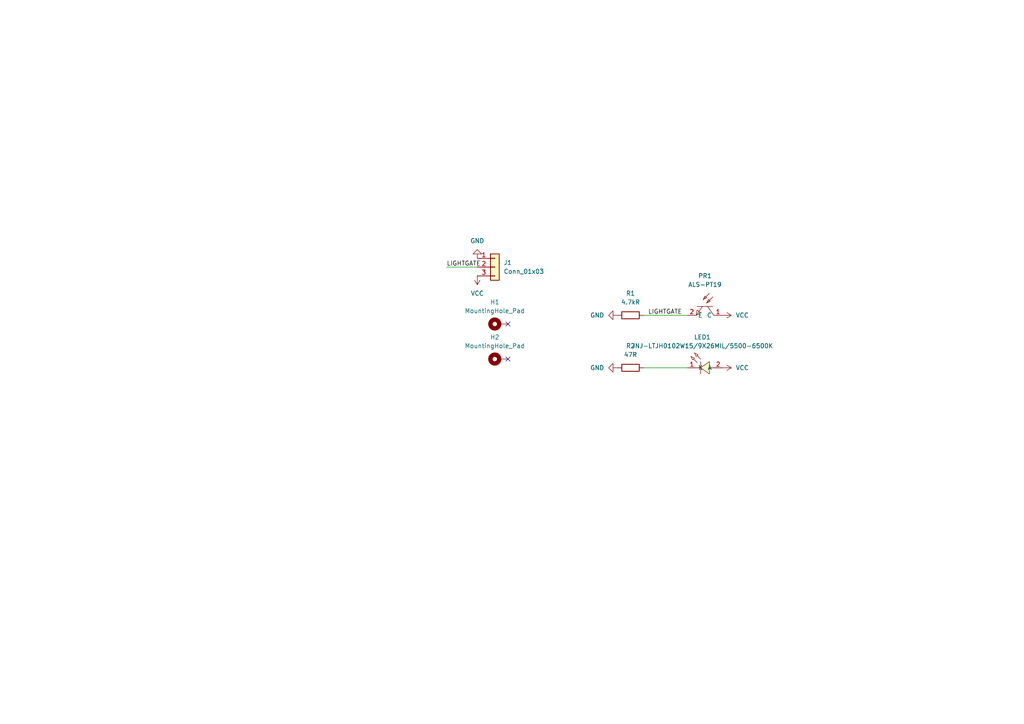
<source format=kicad_sch>
(kicad_sch (version 20231120) (generator "eeschema") (generator_version "8.0")
  (paper "A4")
  (lib_symbols
    (symbol "Connector_Generic:Conn_01x03" (pin_names (offset 1.016) hide)
      (property "Reference" "J" (at 0 5.08 0))
      (property "Value" "Conn_01x03" (at 0 -5.08 0))
      (symbol "Conn_01x03_1_1"
        (rectangle (start -1.27 -2.413) (end 0 -2.667) (stroke (width 0.1524)))
        (rectangle (start -1.27 0.127) (end 0 -0.127) (stroke (width 0.1524)))
        (rectangle (start -1.27 2.667) (end 0 2.413) (stroke (width 0.1524)))
        (rectangle (start -1.27 3.81) (end 1.27 -3.81) (stroke (width 0.254)) (fill (type background)))
        (pin passive line (at -5.08 2.54 0) (length 3.81) (name "Pin_1") (number "1"))
        (pin passive line (at -5.08 0 0) (length 3.81) (name "Pin_2") (number "2"))
        (pin passive line (at -5.08 -2.54 0) (length 3.81) (name "Pin_3") (number "3"))
      )
    )
    (symbol "Device:R" (pin_numbers hide) (pin_names (offset 0))
      (property "Reference" "R" (at 2.032 0 90))
      (property "Value" "R" (at 0 0 90))
      (symbol "R_0_1"
        (rectangle (start -1.016 -2.54) (end 1.016 2.54) (stroke (width 0.254)))
      )
      (symbol "R_1_1"
        (pin passive line (at 0 3.81 270) (length 1.27) (name "~") (number "1"))
        (pin passive line (at 0 -3.81 90) (length 1.27) (name "~") (number "2"))
      )
    )
    (symbol "EasyEDA:ALS-PT19-315C_L177_TR8"
      (property "Reference" "R" (at 0 10.16 0))
      (property "Value" "ALS-PT19-315C/L177/TR8" (at 0 -10.16 0))
      (symbol "ALS-PT19-315C_L177_TR8_0_1"
        (polyline (pts (xy -5.08 1.27) (xy -3.3 -0.51)))
        (polyline (pts (xy -4.06 2.29) (xy -2.29 0.51)))
        (polyline (pts (xy -1.27 -0.76) (xy 1.27 -2.54)))
        (polyline (pts (xy -1.27 2.29) (xy -1.27 -2.29)))
        (polyline (pts (xy 1.27 2.54) (xy -1.27 0.76)))
        (polyline (pts (xy -3.3 -0.51) (xy -3.81 0.51) (xy -4.32 0) (xy -3.3 -0.51)) (fill (type background)))
        (polyline (pts (xy -2.29 0.51) (xy -2.79 1.52) (xy -3.3 1.02) (xy -2.29 0.51)) (fill (type background)))
        (polyline (pts (xy 1.27 -2.54) (xy 0.51 -1.27) (xy -0.25 -2.29) (xy 1.27 -2.54)) (fill (type background)))
        (pin input line (at 1.27 5.08 270) (length 2.54) (name "C") (number "1"))
        (pin input line (at 1.27 -5.08 90) (length 2.54) (name "E") (number "2"))
      )
    )
    (symbol "EasyEDA:JNJ-LTJH0102W15_9X26MIL_5500-6500K"
      (property "Reference" "LED" (at 0 5.08 0))
      (property "Value" "JNJ-LTJH0102W15/9X26MIL/5500-6500K" (at 0 -5.08 0))
      (symbol "JNJ-LTJH0102W15_9X26MIL_5500-6500K_0_1"
        (polyline (pts (xy -1.27 0) (xy -2.54 0)))
        (polyline (pts (xy -1.27 1.78) (xy -1.27 -1.78)))
        (polyline (pts (xy 2.54 0) (xy 1.27 0)))
        (polyline (pts (xy -2.29 1.52) (xy -3.3 2.54) (xy -2.29 1.52)) (fill (type background)))
        (polyline (pts (xy -1.27 2.54) (xy -2.29 3.56) (xy -1.27 2.54)) (fill (type background)))
        (polyline (pts (xy -4.06 3.3) (xy -3.05 2.79) (xy -3.56 2.29) (xy -4.06 3.3)) (fill (type background)))
        (polyline (pts (xy -3.05 4.32) (xy -2.03 3.81) (xy -2.54 3.3) (xy -3.05 4.32)) (fill (type background)))
        (polyline (pts (xy 1.27 1.78) (xy -1.27 0) (xy 1.27 -1.78) (xy 1.27 1.78)) (fill (type background)))
        (pin unspecified line (at -5.08 0 0) (length 2.54) (name "K") (number "1"))
        (pin unspecified line (at 5.08 0 180) (length 2.54) (name "A") (number "2"))
      )
    )
    (symbol "Mechanical:MountingHole_Pad" (pin_numbers hide) (pin_names (offset 1.016) hide) (exclude_from_sim yes) (in_bom no)
      (property "Reference" "H" (at 0 6.35 0))
      (property "Value" "MountingHole_Pad" (at 0 4.445 0))
      (symbol "MountingHole_Pad_0_1"
        (circle (center 0 1.27) (radius 1.27) (stroke (width 1.27)))
      )
      (symbol "MountingHole_Pad_1_1"
        (pin input line (at 0 -2.54 90) (length 2.54) (name "1") (number "1"))
      )
    )
    (symbol "power:GND" (power) (pin_numbers hide) (pin_names (offset 0) hide)
      (property "Value" "GND" (at 0 -3.81 0))
      (symbol "GND_0_1"
        (polyline (pts (xy 0 0) (xy 0 -1.27) (xy 1.27 -1.27) (xy 0 -2.54) (xy -1.27 -1.27) (xy 0 -1.27)))
      )
      (symbol "GND_1_1"
        (pin power_in line (at 0 0 270) (length 0) (name "~") (number "1"))
      )
    )
    (symbol "power:VCC" (power) (pin_numbers hide) (pin_names (offset 0) hide)
      (property "Value" "VCC" (at 0 3.556 0))
      (symbol "VCC_0_1"
        (polyline (pts (xy -0.762 1.27) (xy 0 2.54)))
        (polyline (pts (xy 0 0) (xy 0 2.54)))
        (polyline (pts (xy 0 2.54) (xy 0.762 1.27)))
      )
      (symbol "VCC_1_1"
        (pin power_in line (at 0 0 90) (length 0) (name "~") (number "1"))
      )
    )
  )
  (no_connect (at 147.32 93.98))
  (no_connect (at 147.32 104.14))
  (wire (pts (xy 186.69 106.68) (xy 199.39 106.68)))
  (wire (pts (xy 129.54 77.47) (xy 138.43 77.47)))
  (wire (pts (xy 186.69 91.44) (xy 199.39 91.44)))
  (label "LIGHTGATE" (at 187.96 91.44 0))
  (label "LIGHTGATE" (at 129.54 77.47 0))
  (symbol (lib_id "power:GND") (at 179.07 106.68 270) (unit 1)
    (property "Reference" "#PWR04" (effects (hide yes)))
    (property "Value" "GND" (at 175.26 106.6799 90) (effects (justify right)))
    (property "Description" "Power symbol creates a global label with name \"GND\" , ground" (effects (hide yes)))
  )
  (symbol (lib_id "Device:R") (at 182.88 91.44 270) (unit 1)
    (property "Reference" "R1" (at 182.88 85.09 90))
    (property "Value" "4.7kR" (at 182.88 87.63 90))
    (property "Footprint" "PCM_Resistor_SMD_AKL:R_1206_3216Metric_Pad1.30x1.75mm_HandSolder" (effects (hide yes)))
    (property "Description" "Resistor" (effects (hide yes)))
  )
  (symbol (lib_id "power:VCC") (at 138.43 80.01 180) (unit 1)
    (property "Reference" "#PWR02" (effects (hide yes)))
    (property "Value" "VCC" (at 138.43 85.09 0))
    (property "Description" "Power symbol creates a global label with name \"VCC\"" (effects (hide yes)))
  )
  (symbol (lib_id "EasyEDA:ALS-PT19-315C_L177_TR8") (at 204.47 90.17 270) (unit 1)
    (property "Reference" "PR1" (at 204.47 80.01 90))
    (property "Value" "ALS-PT19" (at 204.47 82.55 90))
    (property "Footprint" "EasyEDA:SENSORS-SMD_ALS-PT19" (effects (hide yes)))
    (property "Datasheet" "https://lcsc.com/product-detail/Photoresistors_ALS-PT19-315C-L177-TR8_C146233.html" (effects (hide yes)))
    (property "LCSC Part" "C146233" (effects (hide yes)))
  )
  (symbol (lib_id "power:VCC") (at 209.55 91.44 270) (unit 1)
    (property "Reference" "#PWR07" (effects (hide yes)))
    (property "Value" "VCC" (at 213.36 91.4399 90) (effects (justify left)))
    (property "Description" "Power symbol creates a global label with name \"VCC\"" (effects (hide yes)))
  )
  (symbol (lib_id "power:GND") (at 138.43 74.93 180) (unit 1)
    (property "Reference" "#PWR01" (effects (hide yes)))
    (property "Value" "GND" (at 138.43 69.85 0))
    (property "Description" "Power symbol creates a global label with name \"GND\" , ground" (effects (hide yes)))
  )
  (symbol (lib_id "Device:R") (at 182.88 106.68 90) (mirror x) (unit 1)
    (property "Reference" "R2" (at 182.88 100.33 90))
    (property "Value" "47R" (at 182.88 102.87 90))
    (property "Footprint" "PCM_Resistor_SMD_AKL:R_1206_3216Metric_Pad1.30x1.75mm_HandSolder" (effects (hide yes)))
    (property "Description" "Resistor" (effects (hide yes)))
  )
  (symbol (lib_id "Connector_Generic:Conn_01x03") (at 143.51 77.47 0) (unit 1)
    (property "Reference" "J1" (at 146.05 76.1999 0) (effects (justify left)))
    (property "Value" "Conn_01x03" (at 146.05 78.7399 0) (effects (justify left)))
    (property "Footprint" "Connector_JST:JST_XH_B3B-XH-A_1x03_P2.50mm_Vertical" (effects (hide yes)))
    (property "Description" "Generic connector, single row, 01x03, script generated (kicad-library-utils/schlib/autogen/connector/)" (effects (hide yes)))
  )
  (symbol (lib_id "EasyEDA:JNJ-LTJH0102W15_9X26MIL_5500-6500K") (at 204.47 106.68 0) (unit 1)
    (property "Reference" "LED1" (at 203.71 97.79 0))
    (property "Value" "JNJ-LTJH0102W15/9X26MIL/5500-6500K" (at 203.71 100.33 0))
    (property "Footprint" "EasyEDA:LED-SMD_L3.5-W2.8_JNJ-LTJH0111W60" (effects (hide yes)))
    (property "LCSC Part" "C7500117" (effects (hide yes)))
  )
  (symbol (lib_id "Mechanical:MountingHole_Pad") (at 144.78 104.14 90) (unit 1) (exclude_from_sim yes) (in_bom no)
    (property "Reference" "H2" (at 143.51 97.79 90))
    (property "Value" "MountingHole_Pad" (at 143.51 100.33 90))
    (property "Footprint" "MountingHole:MountingHole_2.2mm_M2_Pad_Via" (effects (hide yes)))
    (property "Description" "Mounting Hole with connection" (effects (hide yes)))
  )
  (symbol (lib_id "power:VCC") (at 209.55 106.68 270) (unit 1)
    (property "Reference" "#PWR08" (effects (hide yes)))
    (property "Value" "VCC" (at 213.36 106.6799 90) (effects (justify left)))
    (property "Description" "Power symbol creates a global label with name \"VCC\"" (effects (hide yes)))
  )
  (symbol (lib_id "Mechanical:MountingHole_Pad") (at 144.78 93.98 90) (unit 1) (exclude_from_sim yes) (in_bom no)
    (property "Reference" "H1" (at 143.51 87.63 90))
    (property "Value" "MountingHole_Pad" (at 143.51 90.17 90))
    (property "Footprint" "MountingHole:MountingHole_2.2mm_M2_Pad_Via" (effects (hide yes)))
    (property "Description" "Mounting Hole with connection" (effects (hide yes)))
  )
  (symbol (lib_id "power:GND") (at 179.07 91.44 270) (unit 1)
    (property "Reference" "#PWR03" (effects (hide yes)))
    (property "Value" "GND" (at 175.26 91.4401 90) (effects (justify right)))
    (property "Description" "Power symbol creates a global label with name \"GND\" , ground" (effects (hide yes)))
  )
)
</source>
